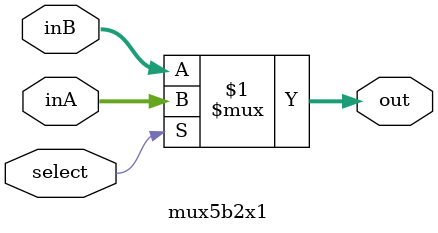
<source format=v>
module mux5b2x1(inA, inB, select, out);
	input [4:0]inA, inB;
	input select;
	output [4:0]out;
	
	assign out = select ? inA : inB;
endmodule
</source>
